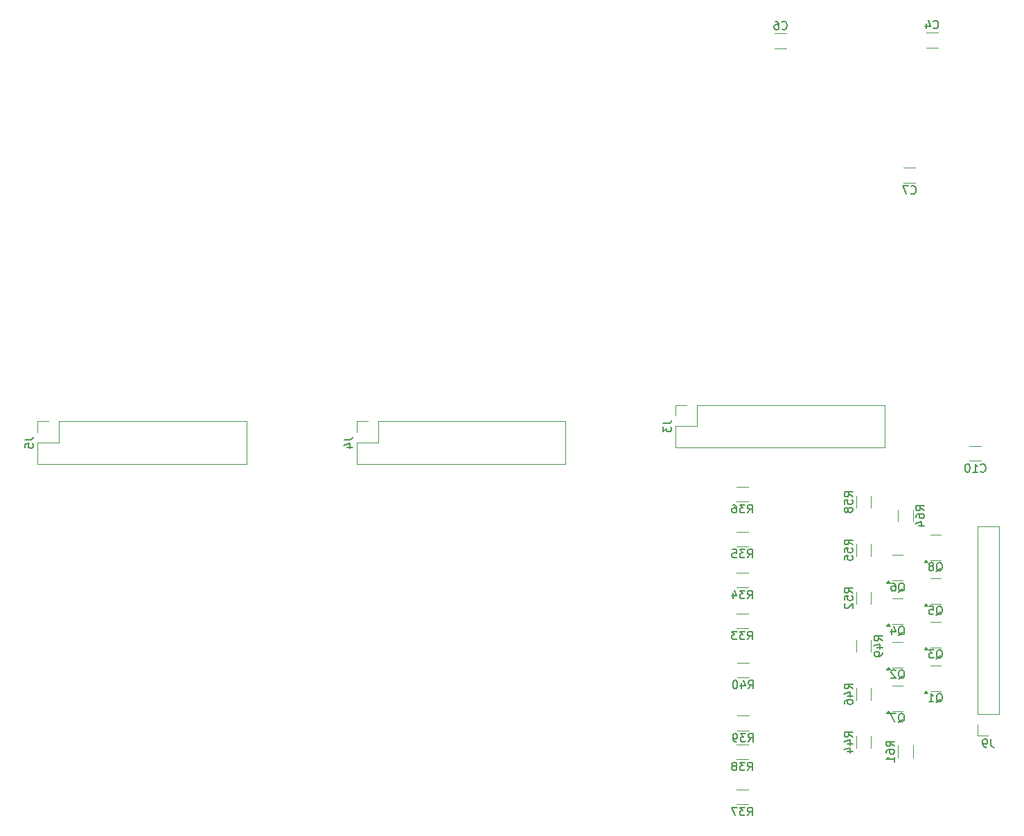
<source format=gbr>
%TF.GenerationSoftware,KiCad,Pcbnew,8.0.7-8.0.7-0~ubuntu24.10.1*%
%TF.CreationDate,2025-01-04T20:14:33+02:00*%
%TF.ProjectId,fpga_board,66706761-5f62-46f6-9172-642e6b696361,rev?*%
%TF.SameCoordinates,Original*%
%TF.FileFunction,Legend,Bot*%
%TF.FilePolarity,Positive*%
%FSLAX46Y46*%
G04 Gerber Fmt 4.6, Leading zero omitted, Abs format (unit mm)*
G04 Created by KiCad (PCBNEW 8.0.7-8.0.7-0~ubuntu24.10.1) date 2025-01-04 20:14:33*
%MOMM*%
%LPD*%
G01*
G04 APERTURE LIST*
%ADD10C,0.150000*%
%ADD11C,0.120000*%
G04 APERTURE END LIST*
D10*
X156333333Y-125444819D02*
X156333333Y-126159104D01*
X156333333Y-126159104D02*
X156380952Y-126301961D01*
X156380952Y-126301961D02*
X156476190Y-126397200D01*
X156476190Y-126397200D02*
X156619047Y-126444819D01*
X156619047Y-126444819D02*
X156714285Y-126444819D01*
X155809523Y-126444819D02*
X155619047Y-126444819D01*
X155619047Y-126444819D02*
X155523809Y-126397200D01*
X155523809Y-126397200D02*
X155476190Y-126349580D01*
X155476190Y-126349580D02*
X155380952Y-126206723D01*
X155380952Y-126206723D02*
X155333333Y-126016247D01*
X155333333Y-126016247D02*
X155333333Y-125635295D01*
X155333333Y-125635295D02*
X155380952Y-125540057D01*
X155380952Y-125540057D02*
X155428571Y-125492438D01*
X155428571Y-125492438D02*
X155523809Y-125444819D01*
X155523809Y-125444819D02*
X155714285Y-125444819D01*
X155714285Y-125444819D02*
X155809523Y-125492438D01*
X155809523Y-125492438D02*
X155857142Y-125540057D01*
X155857142Y-125540057D02*
X155904761Y-125635295D01*
X155904761Y-125635295D02*
X155904761Y-125873390D01*
X155904761Y-125873390D02*
X155857142Y-125968628D01*
X155857142Y-125968628D02*
X155809523Y-126016247D01*
X155809523Y-126016247D02*
X155714285Y-126063866D01*
X155714285Y-126063866D02*
X155523809Y-126063866D01*
X155523809Y-126063866D02*
X155428571Y-126016247D01*
X155428571Y-126016247D02*
X155380952Y-125968628D01*
X155380952Y-125968628D02*
X155333333Y-125873390D01*
X148174819Y-97507142D02*
X147698628Y-97173809D01*
X148174819Y-96935714D02*
X147174819Y-96935714D01*
X147174819Y-96935714D02*
X147174819Y-97316666D01*
X147174819Y-97316666D02*
X147222438Y-97411904D01*
X147222438Y-97411904D02*
X147270057Y-97459523D01*
X147270057Y-97459523D02*
X147365295Y-97507142D01*
X147365295Y-97507142D02*
X147508152Y-97507142D01*
X147508152Y-97507142D02*
X147603390Y-97459523D01*
X147603390Y-97459523D02*
X147651009Y-97411904D01*
X147651009Y-97411904D02*
X147698628Y-97316666D01*
X147698628Y-97316666D02*
X147698628Y-96935714D01*
X147174819Y-98364285D02*
X147174819Y-98173809D01*
X147174819Y-98173809D02*
X147222438Y-98078571D01*
X147222438Y-98078571D02*
X147270057Y-98030952D01*
X147270057Y-98030952D02*
X147412914Y-97935714D01*
X147412914Y-97935714D02*
X147603390Y-97888095D01*
X147603390Y-97888095D02*
X147984342Y-97888095D01*
X147984342Y-97888095D02*
X148079580Y-97935714D01*
X148079580Y-97935714D02*
X148127200Y-97983333D01*
X148127200Y-97983333D02*
X148174819Y-98078571D01*
X148174819Y-98078571D02*
X148174819Y-98269047D01*
X148174819Y-98269047D02*
X148127200Y-98364285D01*
X148127200Y-98364285D02*
X148079580Y-98411904D01*
X148079580Y-98411904D02*
X147984342Y-98459523D01*
X147984342Y-98459523D02*
X147746247Y-98459523D01*
X147746247Y-98459523D02*
X147651009Y-98411904D01*
X147651009Y-98411904D02*
X147603390Y-98364285D01*
X147603390Y-98364285D02*
X147555771Y-98269047D01*
X147555771Y-98269047D02*
X147555771Y-98078571D01*
X147555771Y-98078571D02*
X147603390Y-97983333D01*
X147603390Y-97983333D02*
X147651009Y-97935714D01*
X147651009Y-97935714D02*
X147746247Y-97888095D01*
X147508152Y-99316666D02*
X148174819Y-99316666D01*
X147127200Y-99078571D02*
X147841485Y-98840476D01*
X147841485Y-98840476D02*
X147841485Y-99459523D01*
X144534819Y-126307142D02*
X144058628Y-125973809D01*
X144534819Y-125735714D02*
X143534819Y-125735714D01*
X143534819Y-125735714D02*
X143534819Y-126116666D01*
X143534819Y-126116666D02*
X143582438Y-126211904D01*
X143582438Y-126211904D02*
X143630057Y-126259523D01*
X143630057Y-126259523D02*
X143725295Y-126307142D01*
X143725295Y-126307142D02*
X143868152Y-126307142D01*
X143868152Y-126307142D02*
X143963390Y-126259523D01*
X143963390Y-126259523D02*
X144011009Y-126211904D01*
X144011009Y-126211904D02*
X144058628Y-126116666D01*
X144058628Y-126116666D02*
X144058628Y-125735714D01*
X143534819Y-127164285D02*
X143534819Y-126973809D01*
X143534819Y-126973809D02*
X143582438Y-126878571D01*
X143582438Y-126878571D02*
X143630057Y-126830952D01*
X143630057Y-126830952D02*
X143772914Y-126735714D01*
X143772914Y-126735714D02*
X143963390Y-126688095D01*
X143963390Y-126688095D02*
X144344342Y-126688095D01*
X144344342Y-126688095D02*
X144439580Y-126735714D01*
X144439580Y-126735714D02*
X144487200Y-126783333D01*
X144487200Y-126783333D02*
X144534819Y-126878571D01*
X144534819Y-126878571D02*
X144534819Y-127069047D01*
X144534819Y-127069047D02*
X144487200Y-127164285D01*
X144487200Y-127164285D02*
X144439580Y-127211904D01*
X144439580Y-127211904D02*
X144344342Y-127259523D01*
X144344342Y-127259523D02*
X144106247Y-127259523D01*
X144106247Y-127259523D02*
X144011009Y-127211904D01*
X144011009Y-127211904D02*
X143963390Y-127164285D01*
X143963390Y-127164285D02*
X143915771Y-127069047D01*
X143915771Y-127069047D02*
X143915771Y-126878571D01*
X143915771Y-126878571D02*
X143963390Y-126783333D01*
X143963390Y-126783333D02*
X144011009Y-126735714D01*
X144011009Y-126735714D02*
X144106247Y-126688095D01*
X144534819Y-128211904D02*
X144534819Y-127640476D01*
X144534819Y-127926190D02*
X143534819Y-127926190D01*
X143534819Y-127926190D02*
X143677676Y-127830952D01*
X143677676Y-127830952D02*
X143772914Y-127735714D01*
X143772914Y-127735714D02*
X143820533Y-127640476D01*
X139434819Y-95807142D02*
X138958628Y-95473809D01*
X139434819Y-95235714D02*
X138434819Y-95235714D01*
X138434819Y-95235714D02*
X138434819Y-95616666D01*
X138434819Y-95616666D02*
X138482438Y-95711904D01*
X138482438Y-95711904D02*
X138530057Y-95759523D01*
X138530057Y-95759523D02*
X138625295Y-95807142D01*
X138625295Y-95807142D02*
X138768152Y-95807142D01*
X138768152Y-95807142D02*
X138863390Y-95759523D01*
X138863390Y-95759523D02*
X138911009Y-95711904D01*
X138911009Y-95711904D02*
X138958628Y-95616666D01*
X138958628Y-95616666D02*
X138958628Y-95235714D01*
X138434819Y-96711904D02*
X138434819Y-96235714D01*
X138434819Y-96235714D02*
X138911009Y-96188095D01*
X138911009Y-96188095D02*
X138863390Y-96235714D01*
X138863390Y-96235714D02*
X138815771Y-96330952D01*
X138815771Y-96330952D02*
X138815771Y-96569047D01*
X138815771Y-96569047D02*
X138863390Y-96664285D01*
X138863390Y-96664285D02*
X138911009Y-96711904D01*
X138911009Y-96711904D02*
X139006247Y-96759523D01*
X139006247Y-96759523D02*
X139244342Y-96759523D01*
X139244342Y-96759523D02*
X139339580Y-96711904D01*
X139339580Y-96711904D02*
X139387200Y-96664285D01*
X139387200Y-96664285D02*
X139434819Y-96569047D01*
X139434819Y-96569047D02*
X139434819Y-96330952D01*
X139434819Y-96330952D02*
X139387200Y-96235714D01*
X139387200Y-96235714D02*
X139339580Y-96188095D01*
X138863390Y-97330952D02*
X138815771Y-97235714D01*
X138815771Y-97235714D02*
X138768152Y-97188095D01*
X138768152Y-97188095D02*
X138672914Y-97140476D01*
X138672914Y-97140476D02*
X138625295Y-97140476D01*
X138625295Y-97140476D02*
X138530057Y-97188095D01*
X138530057Y-97188095D02*
X138482438Y-97235714D01*
X138482438Y-97235714D02*
X138434819Y-97330952D01*
X138434819Y-97330952D02*
X138434819Y-97521428D01*
X138434819Y-97521428D02*
X138482438Y-97616666D01*
X138482438Y-97616666D02*
X138530057Y-97664285D01*
X138530057Y-97664285D02*
X138625295Y-97711904D01*
X138625295Y-97711904D02*
X138672914Y-97711904D01*
X138672914Y-97711904D02*
X138768152Y-97664285D01*
X138768152Y-97664285D02*
X138815771Y-97616666D01*
X138815771Y-97616666D02*
X138863390Y-97521428D01*
X138863390Y-97521428D02*
X138863390Y-97330952D01*
X138863390Y-97330952D02*
X138911009Y-97235714D01*
X138911009Y-97235714D02*
X138958628Y-97188095D01*
X138958628Y-97188095D02*
X139053866Y-97140476D01*
X139053866Y-97140476D02*
X139244342Y-97140476D01*
X139244342Y-97140476D02*
X139339580Y-97188095D01*
X139339580Y-97188095D02*
X139387200Y-97235714D01*
X139387200Y-97235714D02*
X139434819Y-97330952D01*
X139434819Y-97330952D02*
X139434819Y-97521428D01*
X139434819Y-97521428D02*
X139387200Y-97616666D01*
X139387200Y-97616666D02*
X139339580Y-97664285D01*
X139339580Y-97664285D02*
X139244342Y-97711904D01*
X139244342Y-97711904D02*
X139053866Y-97711904D01*
X139053866Y-97711904D02*
X138958628Y-97664285D01*
X138958628Y-97664285D02*
X138911009Y-97616666D01*
X138911009Y-97616666D02*
X138863390Y-97521428D01*
X139434819Y-101677142D02*
X138958628Y-101343809D01*
X139434819Y-101105714D02*
X138434819Y-101105714D01*
X138434819Y-101105714D02*
X138434819Y-101486666D01*
X138434819Y-101486666D02*
X138482438Y-101581904D01*
X138482438Y-101581904D02*
X138530057Y-101629523D01*
X138530057Y-101629523D02*
X138625295Y-101677142D01*
X138625295Y-101677142D02*
X138768152Y-101677142D01*
X138768152Y-101677142D02*
X138863390Y-101629523D01*
X138863390Y-101629523D02*
X138911009Y-101581904D01*
X138911009Y-101581904D02*
X138958628Y-101486666D01*
X138958628Y-101486666D02*
X138958628Y-101105714D01*
X138434819Y-102581904D02*
X138434819Y-102105714D01*
X138434819Y-102105714D02*
X138911009Y-102058095D01*
X138911009Y-102058095D02*
X138863390Y-102105714D01*
X138863390Y-102105714D02*
X138815771Y-102200952D01*
X138815771Y-102200952D02*
X138815771Y-102439047D01*
X138815771Y-102439047D02*
X138863390Y-102534285D01*
X138863390Y-102534285D02*
X138911009Y-102581904D01*
X138911009Y-102581904D02*
X139006247Y-102629523D01*
X139006247Y-102629523D02*
X139244342Y-102629523D01*
X139244342Y-102629523D02*
X139339580Y-102581904D01*
X139339580Y-102581904D02*
X139387200Y-102534285D01*
X139387200Y-102534285D02*
X139434819Y-102439047D01*
X139434819Y-102439047D02*
X139434819Y-102200952D01*
X139434819Y-102200952D02*
X139387200Y-102105714D01*
X139387200Y-102105714D02*
X139339580Y-102058095D01*
X138434819Y-103534285D02*
X138434819Y-103058095D01*
X138434819Y-103058095D02*
X138911009Y-103010476D01*
X138911009Y-103010476D02*
X138863390Y-103058095D01*
X138863390Y-103058095D02*
X138815771Y-103153333D01*
X138815771Y-103153333D02*
X138815771Y-103391428D01*
X138815771Y-103391428D02*
X138863390Y-103486666D01*
X138863390Y-103486666D02*
X138911009Y-103534285D01*
X138911009Y-103534285D02*
X139006247Y-103581904D01*
X139006247Y-103581904D02*
X139244342Y-103581904D01*
X139244342Y-103581904D02*
X139339580Y-103534285D01*
X139339580Y-103534285D02*
X139387200Y-103486666D01*
X139387200Y-103486666D02*
X139434819Y-103391428D01*
X139434819Y-103391428D02*
X139434819Y-103153333D01*
X139434819Y-103153333D02*
X139387200Y-103058095D01*
X139387200Y-103058095D02*
X139339580Y-103010476D01*
X139434819Y-107547142D02*
X138958628Y-107213809D01*
X139434819Y-106975714D02*
X138434819Y-106975714D01*
X138434819Y-106975714D02*
X138434819Y-107356666D01*
X138434819Y-107356666D02*
X138482438Y-107451904D01*
X138482438Y-107451904D02*
X138530057Y-107499523D01*
X138530057Y-107499523D02*
X138625295Y-107547142D01*
X138625295Y-107547142D02*
X138768152Y-107547142D01*
X138768152Y-107547142D02*
X138863390Y-107499523D01*
X138863390Y-107499523D02*
X138911009Y-107451904D01*
X138911009Y-107451904D02*
X138958628Y-107356666D01*
X138958628Y-107356666D02*
X138958628Y-106975714D01*
X138434819Y-108451904D02*
X138434819Y-107975714D01*
X138434819Y-107975714D02*
X138911009Y-107928095D01*
X138911009Y-107928095D02*
X138863390Y-107975714D01*
X138863390Y-107975714D02*
X138815771Y-108070952D01*
X138815771Y-108070952D02*
X138815771Y-108309047D01*
X138815771Y-108309047D02*
X138863390Y-108404285D01*
X138863390Y-108404285D02*
X138911009Y-108451904D01*
X138911009Y-108451904D02*
X139006247Y-108499523D01*
X139006247Y-108499523D02*
X139244342Y-108499523D01*
X139244342Y-108499523D02*
X139339580Y-108451904D01*
X139339580Y-108451904D02*
X139387200Y-108404285D01*
X139387200Y-108404285D02*
X139434819Y-108309047D01*
X139434819Y-108309047D02*
X139434819Y-108070952D01*
X139434819Y-108070952D02*
X139387200Y-107975714D01*
X139387200Y-107975714D02*
X139339580Y-107928095D01*
X138530057Y-108880476D02*
X138482438Y-108928095D01*
X138482438Y-108928095D02*
X138434819Y-109023333D01*
X138434819Y-109023333D02*
X138434819Y-109261428D01*
X138434819Y-109261428D02*
X138482438Y-109356666D01*
X138482438Y-109356666D02*
X138530057Y-109404285D01*
X138530057Y-109404285D02*
X138625295Y-109451904D01*
X138625295Y-109451904D02*
X138720533Y-109451904D01*
X138720533Y-109451904D02*
X138863390Y-109404285D01*
X138863390Y-109404285D02*
X139434819Y-108832857D01*
X139434819Y-108832857D02*
X139434819Y-109451904D01*
X143074819Y-113417142D02*
X142598628Y-113083809D01*
X143074819Y-112845714D02*
X142074819Y-112845714D01*
X142074819Y-112845714D02*
X142074819Y-113226666D01*
X142074819Y-113226666D02*
X142122438Y-113321904D01*
X142122438Y-113321904D02*
X142170057Y-113369523D01*
X142170057Y-113369523D02*
X142265295Y-113417142D01*
X142265295Y-113417142D02*
X142408152Y-113417142D01*
X142408152Y-113417142D02*
X142503390Y-113369523D01*
X142503390Y-113369523D02*
X142551009Y-113321904D01*
X142551009Y-113321904D02*
X142598628Y-113226666D01*
X142598628Y-113226666D02*
X142598628Y-112845714D01*
X142408152Y-114274285D02*
X143074819Y-114274285D01*
X142027200Y-114036190D02*
X142741485Y-113798095D01*
X142741485Y-113798095D02*
X142741485Y-114417142D01*
X143074819Y-114845714D02*
X143074819Y-115036190D01*
X143074819Y-115036190D02*
X143027200Y-115131428D01*
X143027200Y-115131428D02*
X142979580Y-115179047D01*
X142979580Y-115179047D02*
X142836723Y-115274285D01*
X142836723Y-115274285D02*
X142646247Y-115321904D01*
X142646247Y-115321904D02*
X142265295Y-115321904D01*
X142265295Y-115321904D02*
X142170057Y-115274285D01*
X142170057Y-115274285D02*
X142122438Y-115226666D01*
X142122438Y-115226666D02*
X142074819Y-115131428D01*
X142074819Y-115131428D02*
X142074819Y-114940952D01*
X142074819Y-114940952D02*
X142122438Y-114845714D01*
X142122438Y-114845714D02*
X142170057Y-114798095D01*
X142170057Y-114798095D02*
X142265295Y-114750476D01*
X142265295Y-114750476D02*
X142503390Y-114750476D01*
X142503390Y-114750476D02*
X142598628Y-114798095D01*
X142598628Y-114798095D02*
X142646247Y-114845714D01*
X142646247Y-114845714D02*
X142693866Y-114940952D01*
X142693866Y-114940952D02*
X142693866Y-115131428D01*
X142693866Y-115131428D02*
X142646247Y-115226666D01*
X142646247Y-115226666D02*
X142598628Y-115274285D01*
X142598628Y-115274285D02*
X142503390Y-115321904D01*
X139434819Y-119287142D02*
X138958628Y-118953809D01*
X139434819Y-118715714D02*
X138434819Y-118715714D01*
X138434819Y-118715714D02*
X138434819Y-119096666D01*
X138434819Y-119096666D02*
X138482438Y-119191904D01*
X138482438Y-119191904D02*
X138530057Y-119239523D01*
X138530057Y-119239523D02*
X138625295Y-119287142D01*
X138625295Y-119287142D02*
X138768152Y-119287142D01*
X138768152Y-119287142D02*
X138863390Y-119239523D01*
X138863390Y-119239523D02*
X138911009Y-119191904D01*
X138911009Y-119191904D02*
X138958628Y-119096666D01*
X138958628Y-119096666D02*
X138958628Y-118715714D01*
X138768152Y-120144285D02*
X139434819Y-120144285D01*
X138387200Y-119906190D02*
X139101485Y-119668095D01*
X139101485Y-119668095D02*
X139101485Y-120287142D01*
X138434819Y-121096666D02*
X138434819Y-120906190D01*
X138434819Y-120906190D02*
X138482438Y-120810952D01*
X138482438Y-120810952D02*
X138530057Y-120763333D01*
X138530057Y-120763333D02*
X138672914Y-120668095D01*
X138672914Y-120668095D02*
X138863390Y-120620476D01*
X138863390Y-120620476D02*
X139244342Y-120620476D01*
X139244342Y-120620476D02*
X139339580Y-120668095D01*
X139339580Y-120668095D02*
X139387200Y-120715714D01*
X139387200Y-120715714D02*
X139434819Y-120810952D01*
X139434819Y-120810952D02*
X139434819Y-121001428D01*
X139434819Y-121001428D02*
X139387200Y-121096666D01*
X139387200Y-121096666D02*
X139339580Y-121144285D01*
X139339580Y-121144285D02*
X139244342Y-121191904D01*
X139244342Y-121191904D02*
X139006247Y-121191904D01*
X139006247Y-121191904D02*
X138911009Y-121144285D01*
X138911009Y-121144285D02*
X138863390Y-121096666D01*
X138863390Y-121096666D02*
X138815771Y-121001428D01*
X138815771Y-121001428D02*
X138815771Y-120810952D01*
X138815771Y-120810952D02*
X138863390Y-120715714D01*
X138863390Y-120715714D02*
X138911009Y-120668095D01*
X138911009Y-120668095D02*
X139006247Y-120620476D01*
X139434819Y-125157142D02*
X138958628Y-124823809D01*
X139434819Y-124585714D02*
X138434819Y-124585714D01*
X138434819Y-124585714D02*
X138434819Y-124966666D01*
X138434819Y-124966666D02*
X138482438Y-125061904D01*
X138482438Y-125061904D02*
X138530057Y-125109523D01*
X138530057Y-125109523D02*
X138625295Y-125157142D01*
X138625295Y-125157142D02*
X138768152Y-125157142D01*
X138768152Y-125157142D02*
X138863390Y-125109523D01*
X138863390Y-125109523D02*
X138911009Y-125061904D01*
X138911009Y-125061904D02*
X138958628Y-124966666D01*
X138958628Y-124966666D02*
X138958628Y-124585714D01*
X138768152Y-126014285D02*
X139434819Y-126014285D01*
X138387200Y-125776190D02*
X139101485Y-125538095D01*
X139101485Y-125538095D02*
X139101485Y-126157142D01*
X138768152Y-126966666D02*
X139434819Y-126966666D01*
X138387200Y-126728571D02*
X139101485Y-126490476D01*
X139101485Y-126490476D02*
X139101485Y-127109523D01*
X149657738Y-104950057D02*
X149752976Y-104902438D01*
X149752976Y-104902438D02*
X149848214Y-104807200D01*
X149848214Y-104807200D02*
X149991071Y-104664342D01*
X149991071Y-104664342D02*
X150086309Y-104616723D01*
X150086309Y-104616723D02*
X150181547Y-104616723D01*
X150133928Y-104854819D02*
X150229166Y-104807200D01*
X150229166Y-104807200D02*
X150324404Y-104711961D01*
X150324404Y-104711961D02*
X150372023Y-104521485D01*
X150372023Y-104521485D02*
X150372023Y-104188152D01*
X150372023Y-104188152D02*
X150324404Y-103997676D01*
X150324404Y-103997676D02*
X150229166Y-103902438D01*
X150229166Y-103902438D02*
X150133928Y-103854819D01*
X150133928Y-103854819D02*
X149943452Y-103854819D01*
X149943452Y-103854819D02*
X149848214Y-103902438D01*
X149848214Y-103902438D02*
X149752976Y-103997676D01*
X149752976Y-103997676D02*
X149705357Y-104188152D01*
X149705357Y-104188152D02*
X149705357Y-104521485D01*
X149705357Y-104521485D02*
X149752976Y-104711961D01*
X149752976Y-104711961D02*
X149848214Y-104807200D01*
X149848214Y-104807200D02*
X149943452Y-104854819D01*
X149943452Y-104854819D02*
X150133928Y-104854819D01*
X149133928Y-104283390D02*
X149229166Y-104235771D01*
X149229166Y-104235771D02*
X149276785Y-104188152D01*
X149276785Y-104188152D02*
X149324404Y-104092914D01*
X149324404Y-104092914D02*
X149324404Y-104045295D01*
X149324404Y-104045295D02*
X149276785Y-103950057D01*
X149276785Y-103950057D02*
X149229166Y-103902438D01*
X149229166Y-103902438D02*
X149133928Y-103854819D01*
X149133928Y-103854819D02*
X148943452Y-103854819D01*
X148943452Y-103854819D02*
X148848214Y-103902438D01*
X148848214Y-103902438D02*
X148800595Y-103950057D01*
X148800595Y-103950057D02*
X148752976Y-104045295D01*
X148752976Y-104045295D02*
X148752976Y-104092914D01*
X148752976Y-104092914D02*
X148800595Y-104188152D01*
X148800595Y-104188152D02*
X148848214Y-104235771D01*
X148848214Y-104235771D02*
X148943452Y-104283390D01*
X148943452Y-104283390D02*
X149133928Y-104283390D01*
X149133928Y-104283390D02*
X149229166Y-104331009D01*
X149229166Y-104331009D02*
X149276785Y-104378628D01*
X149276785Y-104378628D02*
X149324404Y-104473866D01*
X149324404Y-104473866D02*
X149324404Y-104664342D01*
X149324404Y-104664342D02*
X149276785Y-104759580D01*
X149276785Y-104759580D02*
X149229166Y-104807200D01*
X149229166Y-104807200D02*
X149133928Y-104854819D01*
X149133928Y-104854819D02*
X148943452Y-104854819D01*
X148943452Y-104854819D02*
X148848214Y-104807200D01*
X148848214Y-104807200D02*
X148800595Y-104759580D01*
X148800595Y-104759580D02*
X148752976Y-104664342D01*
X148752976Y-104664342D02*
X148752976Y-104473866D01*
X148752976Y-104473866D02*
X148800595Y-104378628D01*
X148800595Y-104378628D02*
X148848214Y-104331009D01*
X148848214Y-104331009D02*
X148943452Y-104283390D01*
X145032738Y-123400057D02*
X145127976Y-123352438D01*
X145127976Y-123352438D02*
X145223214Y-123257200D01*
X145223214Y-123257200D02*
X145366071Y-123114342D01*
X145366071Y-123114342D02*
X145461309Y-123066723D01*
X145461309Y-123066723D02*
X145556547Y-123066723D01*
X145508928Y-123304819D02*
X145604166Y-123257200D01*
X145604166Y-123257200D02*
X145699404Y-123161961D01*
X145699404Y-123161961D02*
X145747023Y-122971485D01*
X145747023Y-122971485D02*
X145747023Y-122638152D01*
X145747023Y-122638152D02*
X145699404Y-122447676D01*
X145699404Y-122447676D02*
X145604166Y-122352438D01*
X145604166Y-122352438D02*
X145508928Y-122304819D01*
X145508928Y-122304819D02*
X145318452Y-122304819D01*
X145318452Y-122304819D02*
X145223214Y-122352438D01*
X145223214Y-122352438D02*
X145127976Y-122447676D01*
X145127976Y-122447676D02*
X145080357Y-122638152D01*
X145080357Y-122638152D02*
X145080357Y-122971485D01*
X145080357Y-122971485D02*
X145127976Y-123161961D01*
X145127976Y-123161961D02*
X145223214Y-123257200D01*
X145223214Y-123257200D02*
X145318452Y-123304819D01*
X145318452Y-123304819D02*
X145508928Y-123304819D01*
X144747023Y-122304819D02*
X144080357Y-122304819D01*
X144080357Y-122304819D02*
X144508928Y-123304819D01*
X145032738Y-107450057D02*
X145127976Y-107402438D01*
X145127976Y-107402438D02*
X145223214Y-107307200D01*
X145223214Y-107307200D02*
X145366071Y-107164342D01*
X145366071Y-107164342D02*
X145461309Y-107116723D01*
X145461309Y-107116723D02*
X145556547Y-107116723D01*
X145508928Y-107354819D02*
X145604166Y-107307200D01*
X145604166Y-107307200D02*
X145699404Y-107211961D01*
X145699404Y-107211961D02*
X145747023Y-107021485D01*
X145747023Y-107021485D02*
X145747023Y-106688152D01*
X145747023Y-106688152D02*
X145699404Y-106497676D01*
X145699404Y-106497676D02*
X145604166Y-106402438D01*
X145604166Y-106402438D02*
X145508928Y-106354819D01*
X145508928Y-106354819D02*
X145318452Y-106354819D01*
X145318452Y-106354819D02*
X145223214Y-106402438D01*
X145223214Y-106402438D02*
X145127976Y-106497676D01*
X145127976Y-106497676D02*
X145080357Y-106688152D01*
X145080357Y-106688152D02*
X145080357Y-107021485D01*
X145080357Y-107021485D02*
X145127976Y-107211961D01*
X145127976Y-107211961D02*
X145223214Y-107307200D01*
X145223214Y-107307200D02*
X145318452Y-107354819D01*
X145318452Y-107354819D02*
X145508928Y-107354819D01*
X144223214Y-106354819D02*
X144413690Y-106354819D01*
X144413690Y-106354819D02*
X144508928Y-106402438D01*
X144508928Y-106402438D02*
X144556547Y-106450057D01*
X144556547Y-106450057D02*
X144651785Y-106592914D01*
X144651785Y-106592914D02*
X144699404Y-106783390D01*
X144699404Y-106783390D02*
X144699404Y-107164342D01*
X144699404Y-107164342D02*
X144651785Y-107259580D01*
X144651785Y-107259580D02*
X144604166Y-107307200D01*
X144604166Y-107307200D02*
X144508928Y-107354819D01*
X144508928Y-107354819D02*
X144318452Y-107354819D01*
X144318452Y-107354819D02*
X144223214Y-107307200D01*
X144223214Y-107307200D02*
X144175595Y-107259580D01*
X144175595Y-107259580D02*
X144127976Y-107164342D01*
X144127976Y-107164342D02*
X144127976Y-106926247D01*
X144127976Y-106926247D02*
X144175595Y-106831009D01*
X144175595Y-106831009D02*
X144223214Y-106783390D01*
X144223214Y-106783390D02*
X144318452Y-106735771D01*
X144318452Y-106735771D02*
X144508928Y-106735771D01*
X144508928Y-106735771D02*
X144604166Y-106783390D01*
X144604166Y-106783390D02*
X144651785Y-106831009D01*
X144651785Y-106831009D02*
X144699404Y-106926247D01*
X149657738Y-110283390D02*
X149752976Y-110235771D01*
X149752976Y-110235771D02*
X149848214Y-110140533D01*
X149848214Y-110140533D02*
X149991071Y-109997675D01*
X149991071Y-109997675D02*
X150086309Y-109950056D01*
X150086309Y-109950056D02*
X150181547Y-109950056D01*
X150133928Y-110188152D02*
X150229166Y-110140533D01*
X150229166Y-110140533D02*
X150324404Y-110045294D01*
X150324404Y-110045294D02*
X150372023Y-109854818D01*
X150372023Y-109854818D02*
X150372023Y-109521485D01*
X150372023Y-109521485D02*
X150324404Y-109331009D01*
X150324404Y-109331009D02*
X150229166Y-109235771D01*
X150229166Y-109235771D02*
X150133928Y-109188152D01*
X150133928Y-109188152D02*
X149943452Y-109188152D01*
X149943452Y-109188152D02*
X149848214Y-109235771D01*
X149848214Y-109235771D02*
X149752976Y-109331009D01*
X149752976Y-109331009D02*
X149705357Y-109521485D01*
X149705357Y-109521485D02*
X149705357Y-109854818D01*
X149705357Y-109854818D02*
X149752976Y-110045294D01*
X149752976Y-110045294D02*
X149848214Y-110140533D01*
X149848214Y-110140533D02*
X149943452Y-110188152D01*
X149943452Y-110188152D02*
X150133928Y-110188152D01*
X148800595Y-109188152D02*
X149276785Y-109188152D01*
X149276785Y-109188152D02*
X149324404Y-109664342D01*
X149324404Y-109664342D02*
X149276785Y-109616723D01*
X149276785Y-109616723D02*
X149181547Y-109569104D01*
X149181547Y-109569104D02*
X148943452Y-109569104D01*
X148943452Y-109569104D02*
X148848214Y-109616723D01*
X148848214Y-109616723D02*
X148800595Y-109664342D01*
X148800595Y-109664342D02*
X148752976Y-109759580D01*
X148752976Y-109759580D02*
X148752976Y-109997675D01*
X148752976Y-109997675D02*
X148800595Y-110092913D01*
X148800595Y-110092913D02*
X148848214Y-110140533D01*
X148848214Y-110140533D02*
X148943452Y-110188152D01*
X148943452Y-110188152D02*
X149181547Y-110188152D01*
X149181547Y-110188152D02*
X149276785Y-110140533D01*
X149276785Y-110140533D02*
X149324404Y-110092913D01*
X145032738Y-112766723D02*
X145127976Y-112719104D01*
X145127976Y-112719104D02*
X145223214Y-112623866D01*
X145223214Y-112623866D02*
X145366071Y-112481008D01*
X145366071Y-112481008D02*
X145461309Y-112433389D01*
X145461309Y-112433389D02*
X145556547Y-112433389D01*
X145508928Y-112671485D02*
X145604166Y-112623866D01*
X145604166Y-112623866D02*
X145699404Y-112528627D01*
X145699404Y-112528627D02*
X145747023Y-112338151D01*
X145747023Y-112338151D02*
X145747023Y-112004818D01*
X145747023Y-112004818D02*
X145699404Y-111814342D01*
X145699404Y-111814342D02*
X145604166Y-111719104D01*
X145604166Y-111719104D02*
X145508928Y-111671485D01*
X145508928Y-111671485D02*
X145318452Y-111671485D01*
X145318452Y-111671485D02*
X145223214Y-111719104D01*
X145223214Y-111719104D02*
X145127976Y-111814342D01*
X145127976Y-111814342D02*
X145080357Y-112004818D01*
X145080357Y-112004818D02*
X145080357Y-112338151D01*
X145080357Y-112338151D02*
X145127976Y-112528627D01*
X145127976Y-112528627D02*
X145223214Y-112623866D01*
X145223214Y-112623866D02*
X145318452Y-112671485D01*
X145318452Y-112671485D02*
X145508928Y-112671485D01*
X144223214Y-112004818D02*
X144223214Y-112671485D01*
X144461309Y-111623866D02*
X144699404Y-112338151D01*
X144699404Y-112338151D02*
X144080357Y-112338151D01*
X149657738Y-115616723D02*
X149752976Y-115569104D01*
X149752976Y-115569104D02*
X149848214Y-115473866D01*
X149848214Y-115473866D02*
X149991071Y-115331008D01*
X149991071Y-115331008D02*
X150086309Y-115283389D01*
X150086309Y-115283389D02*
X150181547Y-115283389D01*
X150133928Y-115521485D02*
X150229166Y-115473866D01*
X150229166Y-115473866D02*
X150324404Y-115378627D01*
X150324404Y-115378627D02*
X150372023Y-115188151D01*
X150372023Y-115188151D02*
X150372023Y-114854818D01*
X150372023Y-114854818D02*
X150324404Y-114664342D01*
X150324404Y-114664342D02*
X150229166Y-114569104D01*
X150229166Y-114569104D02*
X150133928Y-114521485D01*
X150133928Y-114521485D02*
X149943452Y-114521485D01*
X149943452Y-114521485D02*
X149848214Y-114569104D01*
X149848214Y-114569104D02*
X149752976Y-114664342D01*
X149752976Y-114664342D02*
X149705357Y-114854818D01*
X149705357Y-114854818D02*
X149705357Y-115188151D01*
X149705357Y-115188151D02*
X149752976Y-115378627D01*
X149752976Y-115378627D02*
X149848214Y-115473866D01*
X149848214Y-115473866D02*
X149943452Y-115521485D01*
X149943452Y-115521485D02*
X150133928Y-115521485D01*
X149372023Y-114521485D02*
X148752976Y-114521485D01*
X148752976Y-114521485D02*
X149086309Y-114902437D01*
X149086309Y-114902437D02*
X148943452Y-114902437D01*
X148943452Y-114902437D02*
X148848214Y-114950056D01*
X148848214Y-114950056D02*
X148800595Y-114997675D01*
X148800595Y-114997675D02*
X148752976Y-115092913D01*
X148752976Y-115092913D02*
X148752976Y-115331008D01*
X148752976Y-115331008D02*
X148800595Y-115426246D01*
X148800595Y-115426246D02*
X148848214Y-115473866D01*
X148848214Y-115473866D02*
X148943452Y-115521485D01*
X148943452Y-115521485D02*
X149229166Y-115521485D01*
X149229166Y-115521485D02*
X149324404Y-115473866D01*
X149324404Y-115473866D02*
X149372023Y-115426246D01*
X145032738Y-118083389D02*
X145127976Y-118035770D01*
X145127976Y-118035770D02*
X145223214Y-117940532D01*
X145223214Y-117940532D02*
X145366071Y-117797674D01*
X145366071Y-117797674D02*
X145461309Y-117750055D01*
X145461309Y-117750055D02*
X145556547Y-117750055D01*
X145508928Y-117988151D02*
X145604166Y-117940532D01*
X145604166Y-117940532D02*
X145699404Y-117845293D01*
X145699404Y-117845293D02*
X145747023Y-117654817D01*
X145747023Y-117654817D02*
X145747023Y-117321484D01*
X145747023Y-117321484D02*
X145699404Y-117131008D01*
X145699404Y-117131008D02*
X145604166Y-117035770D01*
X145604166Y-117035770D02*
X145508928Y-116988151D01*
X145508928Y-116988151D02*
X145318452Y-116988151D01*
X145318452Y-116988151D02*
X145223214Y-117035770D01*
X145223214Y-117035770D02*
X145127976Y-117131008D01*
X145127976Y-117131008D02*
X145080357Y-117321484D01*
X145080357Y-117321484D02*
X145080357Y-117654817D01*
X145080357Y-117654817D02*
X145127976Y-117845293D01*
X145127976Y-117845293D02*
X145223214Y-117940532D01*
X145223214Y-117940532D02*
X145318452Y-117988151D01*
X145318452Y-117988151D02*
X145508928Y-117988151D01*
X144699404Y-117083389D02*
X144651785Y-117035770D01*
X144651785Y-117035770D02*
X144556547Y-116988151D01*
X144556547Y-116988151D02*
X144318452Y-116988151D01*
X144318452Y-116988151D02*
X144223214Y-117035770D01*
X144223214Y-117035770D02*
X144175595Y-117083389D01*
X144175595Y-117083389D02*
X144127976Y-117178627D01*
X144127976Y-117178627D02*
X144127976Y-117273865D01*
X144127976Y-117273865D02*
X144175595Y-117416722D01*
X144175595Y-117416722D02*
X144747023Y-117988151D01*
X144747023Y-117988151D02*
X144127976Y-117988151D01*
X149657738Y-120950057D02*
X149752976Y-120902438D01*
X149752976Y-120902438D02*
X149848214Y-120807200D01*
X149848214Y-120807200D02*
X149991071Y-120664342D01*
X149991071Y-120664342D02*
X150086309Y-120616723D01*
X150086309Y-120616723D02*
X150181547Y-120616723D01*
X150133928Y-120854819D02*
X150229166Y-120807200D01*
X150229166Y-120807200D02*
X150324404Y-120711961D01*
X150324404Y-120711961D02*
X150372023Y-120521485D01*
X150372023Y-120521485D02*
X150372023Y-120188152D01*
X150372023Y-120188152D02*
X150324404Y-119997676D01*
X150324404Y-119997676D02*
X150229166Y-119902438D01*
X150229166Y-119902438D02*
X150133928Y-119854819D01*
X150133928Y-119854819D02*
X149943452Y-119854819D01*
X149943452Y-119854819D02*
X149848214Y-119902438D01*
X149848214Y-119902438D02*
X149752976Y-119997676D01*
X149752976Y-119997676D02*
X149705357Y-120188152D01*
X149705357Y-120188152D02*
X149705357Y-120521485D01*
X149705357Y-120521485D02*
X149752976Y-120711961D01*
X149752976Y-120711961D02*
X149848214Y-120807200D01*
X149848214Y-120807200D02*
X149943452Y-120854819D01*
X149943452Y-120854819D02*
X150133928Y-120854819D01*
X148752976Y-120854819D02*
X149324404Y-120854819D01*
X149038690Y-120854819D02*
X149038690Y-119854819D01*
X149038690Y-119854819D02*
X149133928Y-119997676D01*
X149133928Y-119997676D02*
X149229166Y-120092914D01*
X149229166Y-120092914D02*
X149324404Y-120140533D01*
X126692857Y-119274819D02*
X127026190Y-118798628D01*
X127264285Y-119274819D02*
X127264285Y-118274819D01*
X127264285Y-118274819D02*
X126883333Y-118274819D01*
X126883333Y-118274819D02*
X126788095Y-118322438D01*
X126788095Y-118322438D02*
X126740476Y-118370057D01*
X126740476Y-118370057D02*
X126692857Y-118465295D01*
X126692857Y-118465295D02*
X126692857Y-118608152D01*
X126692857Y-118608152D02*
X126740476Y-118703390D01*
X126740476Y-118703390D02*
X126788095Y-118751009D01*
X126788095Y-118751009D02*
X126883333Y-118798628D01*
X126883333Y-118798628D02*
X127264285Y-118798628D01*
X125835714Y-118608152D02*
X125835714Y-119274819D01*
X126073809Y-118227200D02*
X126311904Y-118941485D01*
X126311904Y-118941485D02*
X125692857Y-118941485D01*
X125121428Y-118274819D02*
X125026190Y-118274819D01*
X125026190Y-118274819D02*
X124930952Y-118322438D01*
X124930952Y-118322438D02*
X124883333Y-118370057D01*
X124883333Y-118370057D02*
X124835714Y-118465295D01*
X124835714Y-118465295D02*
X124788095Y-118655771D01*
X124788095Y-118655771D02*
X124788095Y-118893866D01*
X124788095Y-118893866D02*
X124835714Y-119084342D01*
X124835714Y-119084342D02*
X124883333Y-119179580D01*
X124883333Y-119179580D02*
X124930952Y-119227200D01*
X124930952Y-119227200D02*
X125026190Y-119274819D01*
X125026190Y-119274819D02*
X125121428Y-119274819D01*
X125121428Y-119274819D02*
X125216666Y-119227200D01*
X125216666Y-119227200D02*
X125264285Y-119179580D01*
X125264285Y-119179580D02*
X125311904Y-119084342D01*
X125311904Y-119084342D02*
X125359523Y-118893866D01*
X125359523Y-118893866D02*
X125359523Y-118655771D01*
X125359523Y-118655771D02*
X125311904Y-118465295D01*
X125311904Y-118465295D02*
X125264285Y-118370057D01*
X125264285Y-118370057D02*
X125216666Y-118322438D01*
X125216666Y-118322438D02*
X125121428Y-118274819D01*
X126592857Y-134774819D02*
X126926190Y-134298628D01*
X127164285Y-134774819D02*
X127164285Y-133774819D01*
X127164285Y-133774819D02*
X126783333Y-133774819D01*
X126783333Y-133774819D02*
X126688095Y-133822438D01*
X126688095Y-133822438D02*
X126640476Y-133870057D01*
X126640476Y-133870057D02*
X126592857Y-133965295D01*
X126592857Y-133965295D02*
X126592857Y-134108152D01*
X126592857Y-134108152D02*
X126640476Y-134203390D01*
X126640476Y-134203390D02*
X126688095Y-134251009D01*
X126688095Y-134251009D02*
X126783333Y-134298628D01*
X126783333Y-134298628D02*
X127164285Y-134298628D01*
X126259523Y-133774819D02*
X125640476Y-133774819D01*
X125640476Y-133774819D02*
X125973809Y-134155771D01*
X125973809Y-134155771D02*
X125830952Y-134155771D01*
X125830952Y-134155771D02*
X125735714Y-134203390D01*
X125735714Y-134203390D02*
X125688095Y-134251009D01*
X125688095Y-134251009D02*
X125640476Y-134346247D01*
X125640476Y-134346247D02*
X125640476Y-134584342D01*
X125640476Y-134584342D02*
X125688095Y-134679580D01*
X125688095Y-134679580D02*
X125735714Y-134727200D01*
X125735714Y-134727200D02*
X125830952Y-134774819D01*
X125830952Y-134774819D02*
X126116666Y-134774819D01*
X126116666Y-134774819D02*
X126211904Y-134727200D01*
X126211904Y-134727200D02*
X126259523Y-134679580D01*
X125307142Y-133774819D02*
X124640476Y-133774819D01*
X124640476Y-133774819D02*
X125069047Y-134774819D01*
X126592857Y-113274819D02*
X126926190Y-112798628D01*
X127164285Y-113274819D02*
X127164285Y-112274819D01*
X127164285Y-112274819D02*
X126783333Y-112274819D01*
X126783333Y-112274819D02*
X126688095Y-112322438D01*
X126688095Y-112322438D02*
X126640476Y-112370057D01*
X126640476Y-112370057D02*
X126592857Y-112465295D01*
X126592857Y-112465295D02*
X126592857Y-112608152D01*
X126592857Y-112608152D02*
X126640476Y-112703390D01*
X126640476Y-112703390D02*
X126688095Y-112751009D01*
X126688095Y-112751009D02*
X126783333Y-112798628D01*
X126783333Y-112798628D02*
X127164285Y-112798628D01*
X126259523Y-112274819D02*
X125640476Y-112274819D01*
X125640476Y-112274819D02*
X125973809Y-112655771D01*
X125973809Y-112655771D02*
X125830952Y-112655771D01*
X125830952Y-112655771D02*
X125735714Y-112703390D01*
X125735714Y-112703390D02*
X125688095Y-112751009D01*
X125688095Y-112751009D02*
X125640476Y-112846247D01*
X125640476Y-112846247D02*
X125640476Y-113084342D01*
X125640476Y-113084342D02*
X125688095Y-113179580D01*
X125688095Y-113179580D02*
X125735714Y-113227200D01*
X125735714Y-113227200D02*
X125830952Y-113274819D01*
X125830952Y-113274819D02*
X126116666Y-113274819D01*
X126116666Y-113274819D02*
X126211904Y-113227200D01*
X126211904Y-113227200D02*
X126259523Y-113179580D01*
X125307142Y-112274819D02*
X124688095Y-112274819D01*
X124688095Y-112274819D02*
X125021428Y-112655771D01*
X125021428Y-112655771D02*
X124878571Y-112655771D01*
X124878571Y-112655771D02*
X124783333Y-112703390D01*
X124783333Y-112703390D02*
X124735714Y-112751009D01*
X124735714Y-112751009D02*
X124688095Y-112846247D01*
X124688095Y-112846247D02*
X124688095Y-113084342D01*
X124688095Y-113084342D02*
X124735714Y-113179580D01*
X124735714Y-113179580D02*
X124783333Y-113227200D01*
X124783333Y-113227200D02*
X124878571Y-113274819D01*
X124878571Y-113274819D02*
X125164285Y-113274819D01*
X125164285Y-113274819D02*
X125259523Y-113227200D01*
X125259523Y-113227200D02*
X125307142Y-113179580D01*
X126592857Y-129274819D02*
X126926190Y-128798628D01*
X127164285Y-129274819D02*
X127164285Y-128274819D01*
X127164285Y-128274819D02*
X126783333Y-128274819D01*
X126783333Y-128274819D02*
X126688095Y-128322438D01*
X126688095Y-128322438D02*
X126640476Y-128370057D01*
X126640476Y-128370057D02*
X126592857Y-128465295D01*
X126592857Y-128465295D02*
X126592857Y-128608152D01*
X126592857Y-128608152D02*
X126640476Y-128703390D01*
X126640476Y-128703390D02*
X126688095Y-128751009D01*
X126688095Y-128751009D02*
X126783333Y-128798628D01*
X126783333Y-128798628D02*
X127164285Y-128798628D01*
X126259523Y-128274819D02*
X125640476Y-128274819D01*
X125640476Y-128274819D02*
X125973809Y-128655771D01*
X125973809Y-128655771D02*
X125830952Y-128655771D01*
X125830952Y-128655771D02*
X125735714Y-128703390D01*
X125735714Y-128703390D02*
X125688095Y-128751009D01*
X125688095Y-128751009D02*
X125640476Y-128846247D01*
X125640476Y-128846247D02*
X125640476Y-129084342D01*
X125640476Y-129084342D02*
X125688095Y-129179580D01*
X125688095Y-129179580D02*
X125735714Y-129227200D01*
X125735714Y-129227200D02*
X125830952Y-129274819D01*
X125830952Y-129274819D02*
X126116666Y-129274819D01*
X126116666Y-129274819D02*
X126211904Y-129227200D01*
X126211904Y-129227200D02*
X126259523Y-129179580D01*
X125069047Y-128703390D02*
X125164285Y-128655771D01*
X125164285Y-128655771D02*
X125211904Y-128608152D01*
X125211904Y-128608152D02*
X125259523Y-128512914D01*
X125259523Y-128512914D02*
X125259523Y-128465295D01*
X125259523Y-128465295D02*
X125211904Y-128370057D01*
X125211904Y-128370057D02*
X125164285Y-128322438D01*
X125164285Y-128322438D02*
X125069047Y-128274819D01*
X125069047Y-128274819D02*
X124878571Y-128274819D01*
X124878571Y-128274819D02*
X124783333Y-128322438D01*
X124783333Y-128322438D02*
X124735714Y-128370057D01*
X124735714Y-128370057D02*
X124688095Y-128465295D01*
X124688095Y-128465295D02*
X124688095Y-128512914D01*
X124688095Y-128512914D02*
X124735714Y-128608152D01*
X124735714Y-128608152D02*
X124783333Y-128655771D01*
X124783333Y-128655771D02*
X124878571Y-128703390D01*
X124878571Y-128703390D02*
X125069047Y-128703390D01*
X125069047Y-128703390D02*
X125164285Y-128751009D01*
X125164285Y-128751009D02*
X125211904Y-128798628D01*
X125211904Y-128798628D02*
X125259523Y-128893866D01*
X125259523Y-128893866D02*
X125259523Y-129084342D01*
X125259523Y-129084342D02*
X125211904Y-129179580D01*
X125211904Y-129179580D02*
X125164285Y-129227200D01*
X125164285Y-129227200D02*
X125069047Y-129274819D01*
X125069047Y-129274819D02*
X124878571Y-129274819D01*
X124878571Y-129274819D02*
X124783333Y-129227200D01*
X124783333Y-129227200D02*
X124735714Y-129179580D01*
X124735714Y-129179580D02*
X124688095Y-129084342D01*
X124688095Y-129084342D02*
X124688095Y-128893866D01*
X124688095Y-128893866D02*
X124735714Y-128798628D01*
X124735714Y-128798628D02*
X124783333Y-128751009D01*
X124783333Y-128751009D02*
X124878571Y-128703390D01*
X126692857Y-125774819D02*
X127026190Y-125298628D01*
X127264285Y-125774819D02*
X127264285Y-124774819D01*
X127264285Y-124774819D02*
X126883333Y-124774819D01*
X126883333Y-124774819D02*
X126788095Y-124822438D01*
X126788095Y-124822438D02*
X126740476Y-124870057D01*
X126740476Y-124870057D02*
X126692857Y-124965295D01*
X126692857Y-124965295D02*
X126692857Y-125108152D01*
X126692857Y-125108152D02*
X126740476Y-125203390D01*
X126740476Y-125203390D02*
X126788095Y-125251009D01*
X126788095Y-125251009D02*
X126883333Y-125298628D01*
X126883333Y-125298628D02*
X127264285Y-125298628D01*
X126359523Y-124774819D02*
X125740476Y-124774819D01*
X125740476Y-124774819D02*
X126073809Y-125155771D01*
X126073809Y-125155771D02*
X125930952Y-125155771D01*
X125930952Y-125155771D02*
X125835714Y-125203390D01*
X125835714Y-125203390D02*
X125788095Y-125251009D01*
X125788095Y-125251009D02*
X125740476Y-125346247D01*
X125740476Y-125346247D02*
X125740476Y-125584342D01*
X125740476Y-125584342D02*
X125788095Y-125679580D01*
X125788095Y-125679580D02*
X125835714Y-125727200D01*
X125835714Y-125727200D02*
X125930952Y-125774819D01*
X125930952Y-125774819D02*
X126216666Y-125774819D01*
X126216666Y-125774819D02*
X126311904Y-125727200D01*
X126311904Y-125727200D02*
X126359523Y-125679580D01*
X125264285Y-125774819D02*
X125073809Y-125774819D01*
X125073809Y-125774819D02*
X124978571Y-125727200D01*
X124978571Y-125727200D02*
X124930952Y-125679580D01*
X124930952Y-125679580D02*
X124835714Y-125536723D01*
X124835714Y-125536723D02*
X124788095Y-125346247D01*
X124788095Y-125346247D02*
X124788095Y-124965295D01*
X124788095Y-124965295D02*
X124835714Y-124870057D01*
X124835714Y-124870057D02*
X124883333Y-124822438D01*
X124883333Y-124822438D02*
X124978571Y-124774819D01*
X124978571Y-124774819D02*
X125169047Y-124774819D01*
X125169047Y-124774819D02*
X125264285Y-124822438D01*
X125264285Y-124822438D02*
X125311904Y-124870057D01*
X125311904Y-124870057D02*
X125359523Y-124965295D01*
X125359523Y-124965295D02*
X125359523Y-125203390D01*
X125359523Y-125203390D02*
X125311904Y-125298628D01*
X125311904Y-125298628D02*
X125264285Y-125346247D01*
X125264285Y-125346247D02*
X125169047Y-125393866D01*
X125169047Y-125393866D02*
X124978571Y-125393866D01*
X124978571Y-125393866D02*
X124883333Y-125346247D01*
X124883333Y-125346247D02*
X124835714Y-125298628D01*
X124835714Y-125298628D02*
X124788095Y-125203390D01*
X126592857Y-108274819D02*
X126926190Y-107798628D01*
X127164285Y-108274819D02*
X127164285Y-107274819D01*
X127164285Y-107274819D02*
X126783333Y-107274819D01*
X126783333Y-107274819D02*
X126688095Y-107322438D01*
X126688095Y-107322438D02*
X126640476Y-107370057D01*
X126640476Y-107370057D02*
X126592857Y-107465295D01*
X126592857Y-107465295D02*
X126592857Y-107608152D01*
X126592857Y-107608152D02*
X126640476Y-107703390D01*
X126640476Y-107703390D02*
X126688095Y-107751009D01*
X126688095Y-107751009D02*
X126783333Y-107798628D01*
X126783333Y-107798628D02*
X127164285Y-107798628D01*
X126259523Y-107274819D02*
X125640476Y-107274819D01*
X125640476Y-107274819D02*
X125973809Y-107655771D01*
X125973809Y-107655771D02*
X125830952Y-107655771D01*
X125830952Y-107655771D02*
X125735714Y-107703390D01*
X125735714Y-107703390D02*
X125688095Y-107751009D01*
X125688095Y-107751009D02*
X125640476Y-107846247D01*
X125640476Y-107846247D02*
X125640476Y-108084342D01*
X125640476Y-108084342D02*
X125688095Y-108179580D01*
X125688095Y-108179580D02*
X125735714Y-108227200D01*
X125735714Y-108227200D02*
X125830952Y-108274819D01*
X125830952Y-108274819D02*
X126116666Y-108274819D01*
X126116666Y-108274819D02*
X126211904Y-108227200D01*
X126211904Y-108227200D02*
X126259523Y-108179580D01*
X124783333Y-107608152D02*
X124783333Y-108274819D01*
X125021428Y-107227200D02*
X125259523Y-107941485D01*
X125259523Y-107941485D02*
X124640476Y-107941485D01*
X126592857Y-97774819D02*
X126926190Y-97298628D01*
X127164285Y-97774819D02*
X127164285Y-96774819D01*
X127164285Y-96774819D02*
X126783333Y-96774819D01*
X126783333Y-96774819D02*
X126688095Y-96822438D01*
X126688095Y-96822438D02*
X126640476Y-96870057D01*
X126640476Y-96870057D02*
X126592857Y-96965295D01*
X126592857Y-96965295D02*
X126592857Y-97108152D01*
X126592857Y-97108152D02*
X126640476Y-97203390D01*
X126640476Y-97203390D02*
X126688095Y-97251009D01*
X126688095Y-97251009D02*
X126783333Y-97298628D01*
X126783333Y-97298628D02*
X127164285Y-97298628D01*
X126259523Y-96774819D02*
X125640476Y-96774819D01*
X125640476Y-96774819D02*
X125973809Y-97155771D01*
X125973809Y-97155771D02*
X125830952Y-97155771D01*
X125830952Y-97155771D02*
X125735714Y-97203390D01*
X125735714Y-97203390D02*
X125688095Y-97251009D01*
X125688095Y-97251009D02*
X125640476Y-97346247D01*
X125640476Y-97346247D02*
X125640476Y-97584342D01*
X125640476Y-97584342D02*
X125688095Y-97679580D01*
X125688095Y-97679580D02*
X125735714Y-97727200D01*
X125735714Y-97727200D02*
X125830952Y-97774819D01*
X125830952Y-97774819D02*
X126116666Y-97774819D01*
X126116666Y-97774819D02*
X126211904Y-97727200D01*
X126211904Y-97727200D02*
X126259523Y-97679580D01*
X124783333Y-96774819D02*
X124973809Y-96774819D01*
X124973809Y-96774819D02*
X125069047Y-96822438D01*
X125069047Y-96822438D02*
X125116666Y-96870057D01*
X125116666Y-96870057D02*
X125211904Y-97012914D01*
X125211904Y-97012914D02*
X125259523Y-97203390D01*
X125259523Y-97203390D02*
X125259523Y-97584342D01*
X125259523Y-97584342D02*
X125211904Y-97679580D01*
X125211904Y-97679580D02*
X125164285Y-97727200D01*
X125164285Y-97727200D02*
X125069047Y-97774819D01*
X125069047Y-97774819D02*
X124878571Y-97774819D01*
X124878571Y-97774819D02*
X124783333Y-97727200D01*
X124783333Y-97727200D02*
X124735714Y-97679580D01*
X124735714Y-97679580D02*
X124688095Y-97584342D01*
X124688095Y-97584342D02*
X124688095Y-97346247D01*
X124688095Y-97346247D02*
X124735714Y-97251009D01*
X124735714Y-97251009D02*
X124783333Y-97203390D01*
X124783333Y-97203390D02*
X124878571Y-97155771D01*
X124878571Y-97155771D02*
X125069047Y-97155771D01*
X125069047Y-97155771D02*
X125164285Y-97203390D01*
X125164285Y-97203390D02*
X125211904Y-97251009D01*
X125211904Y-97251009D02*
X125259523Y-97346247D01*
X126592857Y-103274819D02*
X126926190Y-102798628D01*
X127164285Y-103274819D02*
X127164285Y-102274819D01*
X127164285Y-102274819D02*
X126783333Y-102274819D01*
X126783333Y-102274819D02*
X126688095Y-102322438D01*
X126688095Y-102322438D02*
X126640476Y-102370057D01*
X126640476Y-102370057D02*
X126592857Y-102465295D01*
X126592857Y-102465295D02*
X126592857Y-102608152D01*
X126592857Y-102608152D02*
X126640476Y-102703390D01*
X126640476Y-102703390D02*
X126688095Y-102751009D01*
X126688095Y-102751009D02*
X126783333Y-102798628D01*
X126783333Y-102798628D02*
X127164285Y-102798628D01*
X126259523Y-102274819D02*
X125640476Y-102274819D01*
X125640476Y-102274819D02*
X125973809Y-102655771D01*
X125973809Y-102655771D02*
X125830952Y-102655771D01*
X125830952Y-102655771D02*
X125735714Y-102703390D01*
X125735714Y-102703390D02*
X125688095Y-102751009D01*
X125688095Y-102751009D02*
X125640476Y-102846247D01*
X125640476Y-102846247D02*
X125640476Y-103084342D01*
X125640476Y-103084342D02*
X125688095Y-103179580D01*
X125688095Y-103179580D02*
X125735714Y-103227200D01*
X125735714Y-103227200D02*
X125830952Y-103274819D01*
X125830952Y-103274819D02*
X126116666Y-103274819D01*
X126116666Y-103274819D02*
X126211904Y-103227200D01*
X126211904Y-103227200D02*
X126259523Y-103179580D01*
X124735714Y-102274819D02*
X125211904Y-102274819D01*
X125211904Y-102274819D02*
X125259523Y-102751009D01*
X125259523Y-102751009D02*
X125211904Y-102703390D01*
X125211904Y-102703390D02*
X125116666Y-102655771D01*
X125116666Y-102655771D02*
X124878571Y-102655771D01*
X124878571Y-102655771D02*
X124783333Y-102703390D01*
X124783333Y-102703390D02*
X124735714Y-102751009D01*
X124735714Y-102751009D02*
X124688095Y-102846247D01*
X124688095Y-102846247D02*
X124688095Y-103084342D01*
X124688095Y-103084342D02*
X124735714Y-103179580D01*
X124735714Y-103179580D02*
X124783333Y-103227200D01*
X124783333Y-103227200D02*
X124878571Y-103274819D01*
X124878571Y-103274819D02*
X125116666Y-103274819D01*
X125116666Y-103274819D02*
X125211904Y-103227200D01*
X125211904Y-103227200D02*
X125259523Y-103179580D01*
X77299819Y-88856666D02*
X78014104Y-88856666D01*
X78014104Y-88856666D02*
X78156961Y-88809047D01*
X78156961Y-88809047D02*
X78252200Y-88713809D01*
X78252200Y-88713809D02*
X78299819Y-88570952D01*
X78299819Y-88570952D02*
X78299819Y-88475714D01*
X77633152Y-89761428D02*
X78299819Y-89761428D01*
X77252200Y-89523333D02*
X77966485Y-89285238D01*
X77966485Y-89285238D02*
X77966485Y-89904285D01*
X130804166Y-38609580D02*
X130851785Y-38657200D01*
X130851785Y-38657200D02*
X130994642Y-38704819D01*
X130994642Y-38704819D02*
X131089880Y-38704819D01*
X131089880Y-38704819D02*
X131232737Y-38657200D01*
X131232737Y-38657200D02*
X131327975Y-38561961D01*
X131327975Y-38561961D02*
X131375594Y-38466723D01*
X131375594Y-38466723D02*
X131423213Y-38276247D01*
X131423213Y-38276247D02*
X131423213Y-38133390D01*
X131423213Y-38133390D02*
X131375594Y-37942914D01*
X131375594Y-37942914D02*
X131327975Y-37847676D01*
X131327975Y-37847676D02*
X131232737Y-37752438D01*
X131232737Y-37752438D02*
X131089880Y-37704819D01*
X131089880Y-37704819D02*
X130994642Y-37704819D01*
X130994642Y-37704819D02*
X130851785Y-37752438D01*
X130851785Y-37752438D02*
X130804166Y-37800057D01*
X129947023Y-37704819D02*
X130137499Y-37704819D01*
X130137499Y-37704819D02*
X130232737Y-37752438D01*
X130232737Y-37752438D02*
X130280356Y-37800057D01*
X130280356Y-37800057D02*
X130375594Y-37942914D01*
X130375594Y-37942914D02*
X130423213Y-38133390D01*
X130423213Y-38133390D02*
X130423213Y-38514342D01*
X130423213Y-38514342D02*
X130375594Y-38609580D01*
X130375594Y-38609580D02*
X130327975Y-38657200D01*
X130327975Y-38657200D02*
X130232737Y-38704819D01*
X130232737Y-38704819D02*
X130042261Y-38704819D01*
X130042261Y-38704819D02*
X129947023Y-38657200D01*
X129947023Y-38657200D02*
X129899404Y-38609580D01*
X129899404Y-38609580D02*
X129851785Y-38514342D01*
X129851785Y-38514342D02*
X129851785Y-38276247D01*
X129851785Y-38276247D02*
X129899404Y-38181009D01*
X129899404Y-38181009D02*
X129947023Y-38133390D01*
X129947023Y-38133390D02*
X130042261Y-38085771D01*
X130042261Y-38085771D02*
X130232737Y-38085771D01*
X130232737Y-38085771D02*
X130327975Y-38133390D01*
X130327975Y-38133390D02*
X130375594Y-38181009D01*
X130375594Y-38181009D02*
X130423213Y-38276247D01*
X116274819Y-86856666D02*
X116989104Y-86856666D01*
X116989104Y-86856666D02*
X117131961Y-86809047D01*
X117131961Y-86809047D02*
X117227200Y-86713809D01*
X117227200Y-86713809D02*
X117274819Y-86570952D01*
X117274819Y-86570952D02*
X117274819Y-86475714D01*
X116274819Y-87237619D02*
X116274819Y-87856666D01*
X116274819Y-87856666D02*
X116655771Y-87523333D01*
X116655771Y-87523333D02*
X116655771Y-87666190D01*
X116655771Y-87666190D02*
X116703390Y-87761428D01*
X116703390Y-87761428D02*
X116751009Y-87809047D01*
X116751009Y-87809047D02*
X116846247Y-87856666D01*
X116846247Y-87856666D02*
X117084342Y-87856666D01*
X117084342Y-87856666D02*
X117179580Y-87809047D01*
X117179580Y-87809047D02*
X117227200Y-87761428D01*
X117227200Y-87761428D02*
X117274819Y-87666190D01*
X117274819Y-87666190D02*
X117274819Y-87380476D01*
X117274819Y-87380476D02*
X117227200Y-87285238D01*
X117227200Y-87285238D02*
X117179580Y-87237619D01*
X38299819Y-88856666D02*
X39014104Y-88856666D01*
X39014104Y-88856666D02*
X39156961Y-88809047D01*
X39156961Y-88809047D02*
X39252200Y-88713809D01*
X39252200Y-88713809D02*
X39299819Y-88570952D01*
X39299819Y-88570952D02*
X39299819Y-88475714D01*
X38299819Y-89809047D02*
X38299819Y-89332857D01*
X38299819Y-89332857D02*
X38776009Y-89285238D01*
X38776009Y-89285238D02*
X38728390Y-89332857D01*
X38728390Y-89332857D02*
X38680771Y-89428095D01*
X38680771Y-89428095D02*
X38680771Y-89666190D01*
X38680771Y-89666190D02*
X38728390Y-89761428D01*
X38728390Y-89761428D02*
X38776009Y-89809047D01*
X38776009Y-89809047D02*
X38871247Y-89856666D01*
X38871247Y-89856666D02*
X39109342Y-89856666D01*
X39109342Y-89856666D02*
X39204580Y-89809047D01*
X39204580Y-89809047D02*
X39252200Y-89761428D01*
X39252200Y-89761428D02*
X39299819Y-89666190D01*
X39299819Y-89666190D02*
X39299819Y-89428095D01*
X39299819Y-89428095D02*
X39252200Y-89332857D01*
X39252200Y-89332857D02*
X39204580Y-89285238D01*
X149304166Y-38509580D02*
X149351785Y-38557200D01*
X149351785Y-38557200D02*
X149494642Y-38604819D01*
X149494642Y-38604819D02*
X149589880Y-38604819D01*
X149589880Y-38604819D02*
X149732737Y-38557200D01*
X149732737Y-38557200D02*
X149827975Y-38461961D01*
X149827975Y-38461961D02*
X149875594Y-38366723D01*
X149875594Y-38366723D02*
X149923213Y-38176247D01*
X149923213Y-38176247D02*
X149923213Y-38033390D01*
X149923213Y-38033390D02*
X149875594Y-37842914D01*
X149875594Y-37842914D02*
X149827975Y-37747676D01*
X149827975Y-37747676D02*
X149732737Y-37652438D01*
X149732737Y-37652438D02*
X149589880Y-37604819D01*
X149589880Y-37604819D02*
X149494642Y-37604819D01*
X149494642Y-37604819D02*
X149351785Y-37652438D01*
X149351785Y-37652438D02*
X149304166Y-37700057D01*
X148447023Y-37938152D02*
X148447023Y-38604819D01*
X148685118Y-37557200D02*
X148923213Y-38271485D01*
X148923213Y-38271485D02*
X148304166Y-38271485D01*
X155080357Y-92709580D02*
X155127976Y-92757200D01*
X155127976Y-92757200D02*
X155270833Y-92804819D01*
X155270833Y-92804819D02*
X155366071Y-92804819D01*
X155366071Y-92804819D02*
X155508928Y-92757200D01*
X155508928Y-92757200D02*
X155604166Y-92661961D01*
X155604166Y-92661961D02*
X155651785Y-92566723D01*
X155651785Y-92566723D02*
X155699404Y-92376247D01*
X155699404Y-92376247D02*
X155699404Y-92233390D01*
X155699404Y-92233390D02*
X155651785Y-92042914D01*
X155651785Y-92042914D02*
X155604166Y-91947676D01*
X155604166Y-91947676D02*
X155508928Y-91852438D01*
X155508928Y-91852438D02*
X155366071Y-91804819D01*
X155366071Y-91804819D02*
X155270833Y-91804819D01*
X155270833Y-91804819D02*
X155127976Y-91852438D01*
X155127976Y-91852438D02*
X155080357Y-91900057D01*
X154127976Y-92804819D02*
X154699404Y-92804819D01*
X154413690Y-92804819D02*
X154413690Y-91804819D01*
X154413690Y-91804819D02*
X154508928Y-91947676D01*
X154508928Y-91947676D02*
X154604166Y-92042914D01*
X154604166Y-92042914D02*
X154699404Y-92090533D01*
X153508928Y-91804819D02*
X153413690Y-91804819D01*
X153413690Y-91804819D02*
X153318452Y-91852438D01*
X153318452Y-91852438D02*
X153270833Y-91900057D01*
X153270833Y-91900057D02*
X153223214Y-91995295D01*
X153223214Y-91995295D02*
X153175595Y-92185771D01*
X153175595Y-92185771D02*
X153175595Y-92423866D01*
X153175595Y-92423866D02*
X153223214Y-92614342D01*
X153223214Y-92614342D02*
X153270833Y-92709580D01*
X153270833Y-92709580D02*
X153318452Y-92757200D01*
X153318452Y-92757200D02*
X153413690Y-92804819D01*
X153413690Y-92804819D02*
X153508928Y-92804819D01*
X153508928Y-92804819D02*
X153604166Y-92757200D01*
X153604166Y-92757200D02*
X153651785Y-92709580D01*
X153651785Y-92709580D02*
X153699404Y-92614342D01*
X153699404Y-92614342D02*
X153747023Y-92423866D01*
X153747023Y-92423866D02*
X153747023Y-92185771D01*
X153747023Y-92185771D02*
X153699404Y-91995295D01*
X153699404Y-91995295D02*
X153651785Y-91900057D01*
X153651785Y-91900057D02*
X153604166Y-91852438D01*
X153604166Y-91852438D02*
X153508928Y-91804819D01*
X146569166Y-58709580D02*
X146616785Y-58757200D01*
X146616785Y-58757200D02*
X146759642Y-58804819D01*
X146759642Y-58804819D02*
X146854880Y-58804819D01*
X146854880Y-58804819D02*
X146997737Y-58757200D01*
X146997737Y-58757200D02*
X147092975Y-58661961D01*
X147092975Y-58661961D02*
X147140594Y-58566723D01*
X147140594Y-58566723D02*
X147188213Y-58376247D01*
X147188213Y-58376247D02*
X147188213Y-58233390D01*
X147188213Y-58233390D02*
X147140594Y-58042914D01*
X147140594Y-58042914D02*
X147092975Y-57947676D01*
X147092975Y-57947676D02*
X146997737Y-57852438D01*
X146997737Y-57852438D02*
X146854880Y-57804819D01*
X146854880Y-57804819D02*
X146759642Y-57804819D01*
X146759642Y-57804819D02*
X146616785Y-57852438D01*
X146616785Y-57852438D02*
X146569166Y-57900057D01*
X146235832Y-57804819D02*
X145569166Y-57804819D01*
X145569166Y-57804819D02*
X145997737Y-58804819D01*
D11*
%TO.C,J9*%
X156000000Y-124990000D02*
X154670000Y-124990000D01*
X154670000Y-124990000D02*
X154670000Y-123660000D01*
X154670000Y-99470000D02*
X154670000Y-122390000D01*
X157330000Y-122390000D02*
X154670000Y-122390000D01*
X157330000Y-99470000D02*
X154670000Y-99470000D01*
X157330000Y-99470000D02*
X157330000Y-122390000D01*
%TO.C,R64*%
X146810000Y-97422936D02*
X146810000Y-98877064D01*
X144990000Y-97422936D02*
X144990000Y-98877064D01*
%TO.C,R61*%
X144990000Y-127677064D02*
X144990000Y-126222936D01*
X146810000Y-127677064D02*
X146810000Y-126222936D01*
%TO.C,R58*%
X139890000Y-97177064D02*
X139890000Y-95722936D01*
X141710000Y-97177064D02*
X141710000Y-95722936D01*
%TO.C,R55*%
X139890000Y-103047064D02*
X139890000Y-101592936D01*
X141710000Y-103047064D02*
X141710000Y-101592936D01*
%TO.C,R52*%
X139890000Y-108917064D02*
X139890000Y-107462936D01*
X141710000Y-108917064D02*
X141710000Y-107462936D01*
%TO.C,R49*%
X141710000Y-113332936D02*
X141710000Y-114787064D01*
X139890000Y-113332936D02*
X139890000Y-114787064D01*
%TO.C,R46*%
X139890000Y-120657064D02*
X139890000Y-119202936D01*
X141710000Y-120657064D02*
X141710000Y-119202936D01*
%TO.C,R44*%
X139890000Y-126527064D02*
X139890000Y-125072936D01*
X141710000Y-126527064D02*
X141710000Y-125072936D01*
%TO.C,Q8*%
X148912500Y-103560000D02*
X149562500Y-103560000D01*
X150212500Y-103560000D02*
X149562500Y-103560000D01*
X148912500Y-100440000D02*
X149562500Y-100440000D01*
X150212500Y-100440000D02*
X149562500Y-100440000D01*
X148640000Y-103840000D02*
X148160000Y-103840000D01*
X148400000Y-103510000D01*
X148640000Y-103840000D01*
G36*
X148640000Y-103840000D02*
G01*
X148160000Y-103840000D01*
X148400000Y-103510000D01*
X148640000Y-103840000D01*
G37*
%TO.C,Q7*%
X144287500Y-122010000D02*
X144937500Y-122010000D01*
X145587500Y-122010000D02*
X144937500Y-122010000D01*
X144287500Y-118890000D02*
X144937500Y-118890000D01*
X145587500Y-118890000D02*
X144937500Y-118890000D01*
X144015000Y-122290000D02*
X143535000Y-122290000D01*
X143775000Y-121960000D01*
X144015000Y-122290000D01*
G36*
X144015000Y-122290000D02*
G01*
X143535000Y-122290000D01*
X143775000Y-121960000D01*
X144015000Y-122290000D01*
G37*
%TO.C,Q6*%
X144287500Y-106060000D02*
X144937500Y-106060000D01*
X145587500Y-106060000D02*
X144937500Y-106060000D01*
X144287500Y-102940000D02*
X144937500Y-102940000D01*
X145587500Y-102940000D02*
X144937500Y-102940000D01*
X144015000Y-106340000D02*
X143535000Y-106340000D01*
X143775000Y-106010000D01*
X144015000Y-106340000D01*
G36*
X144015000Y-106340000D02*
G01*
X143535000Y-106340000D01*
X143775000Y-106010000D01*
X144015000Y-106340000D01*
G37*
%TO.C,Q5*%
X148912500Y-108893333D02*
X149562500Y-108893333D01*
X150212500Y-108893333D02*
X149562500Y-108893333D01*
X148912500Y-105773333D02*
X149562500Y-105773333D01*
X150212500Y-105773333D02*
X149562500Y-105773333D01*
X148640000Y-109173333D02*
X148160000Y-109173333D01*
X148400000Y-108843333D01*
X148640000Y-109173333D01*
G36*
X148640000Y-109173333D02*
G01*
X148160000Y-109173333D01*
X148400000Y-108843333D01*
X148640000Y-109173333D01*
G37*
%TO.C,Q4*%
X144287500Y-111376666D02*
X144937500Y-111376666D01*
X145587500Y-111376666D02*
X144937500Y-111376666D01*
X144287500Y-108256666D02*
X144937500Y-108256666D01*
X145587500Y-108256666D02*
X144937500Y-108256666D01*
X144015000Y-111656666D02*
X143535000Y-111656666D01*
X143775000Y-111326666D01*
X144015000Y-111656666D01*
G36*
X144015000Y-111656666D02*
G01*
X143535000Y-111656666D01*
X143775000Y-111326666D01*
X144015000Y-111656666D01*
G37*
%TO.C,Q3*%
X148912500Y-114226666D02*
X149562500Y-114226666D01*
X150212500Y-114226666D02*
X149562500Y-114226666D01*
X148912500Y-111106666D02*
X149562500Y-111106666D01*
X150212500Y-111106666D02*
X149562500Y-111106666D01*
X148640000Y-114506666D02*
X148160000Y-114506666D01*
X148400000Y-114176666D01*
X148640000Y-114506666D01*
G36*
X148640000Y-114506666D02*
G01*
X148160000Y-114506666D01*
X148400000Y-114176666D01*
X148640000Y-114506666D01*
G37*
%TO.C,Q2*%
X144287500Y-116693332D02*
X144937500Y-116693332D01*
X145587500Y-116693332D02*
X144937500Y-116693332D01*
X144287500Y-113573332D02*
X144937500Y-113573332D01*
X145587500Y-113573332D02*
X144937500Y-113573332D01*
X144015000Y-116973332D02*
X143535000Y-116973332D01*
X143775000Y-116643332D01*
X144015000Y-116973332D01*
G36*
X144015000Y-116973332D02*
G01*
X143535000Y-116973332D01*
X143775000Y-116643332D01*
X144015000Y-116973332D01*
G37*
%TO.C,Q1*%
X148912500Y-119560000D02*
X149562500Y-119560000D01*
X150212500Y-119560000D02*
X149562500Y-119560000D01*
X148912500Y-116440000D02*
X149562500Y-116440000D01*
X150212500Y-116440000D02*
X149562500Y-116440000D01*
X148640000Y-119840000D02*
X148160000Y-119840000D01*
X148400000Y-119510000D01*
X148640000Y-119840000D01*
G36*
X148640000Y-119840000D02*
G01*
X148160000Y-119840000D01*
X148400000Y-119510000D01*
X148640000Y-119840000D01*
G37*
%TO.C,R40*%
X126777064Y-117910000D02*
X125322936Y-117910000D01*
X126777064Y-116090000D02*
X125322936Y-116090000D01*
%TO.C,R37*%
X126677064Y-133410000D02*
X125222936Y-133410000D01*
X126677064Y-131590000D02*
X125222936Y-131590000D01*
%TO.C,R33*%
X126677064Y-111910000D02*
X125222936Y-111910000D01*
X126677064Y-110090000D02*
X125222936Y-110090000D01*
%TO.C,R38*%
X126677064Y-127910000D02*
X125222936Y-127910000D01*
X126677064Y-126090000D02*
X125222936Y-126090000D01*
%TO.C,R39*%
X126777064Y-124410000D02*
X125322936Y-124410000D01*
X126777064Y-122590000D02*
X125322936Y-122590000D01*
%TO.C,R34*%
X126677064Y-106910000D02*
X125222936Y-106910000D01*
X126677064Y-105090000D02*
X125222936Y-105090000D01*
%TO.C,R36*%
X126677064Y-96410000D02*
X125222936Y-96410000D01*
X126677064Y-94590000D02*
X125222936Y-94590000D01*
%TO.C,R35*%
X126677064Y-101910000D02*
X125222936Y-101910000D01*
X126677064Y-100090000D02*
X125222936Y-100090000D01*
%TO.C,J4*%
X78845000Y-86590000D02*
X80175000Y-86590000D01*
X78845000Y-87920000D02*
X78845000Y-86590000D01*
X78845000Y-89190000D02*
X81445000Y-89190000D01*
X78845000Y-91790000D02*
X78845000Y-89190000D01*
X81445000Y-89190000D02*
X81445000Y-86590000D01*
X104365000Y-86590000D02*
X81445000Y-86590000D01*
X104365000Y-91790000D02*
X78845000Y-91790000D01*
X104365000Y-91790000D02*
X104365000Y-86590000D01*
%TO.C,C6*%
X129926248Y-39190000D02*
X131348752Y-39190000D01*
X129926248Y-41010000D02*
X131348752Y-41010000D01*
%TO.C,J3*%
X117820000Y-84590000D02*
X119150000Y-84590000D01*
X117820000Y-85920000D02*
X117820000Y-84590000D01*
X117820000Y-87190000D02*
X120420000Y-87190000D01*
X117820000Y-89790000D02*
X117820000Y-87190000D01*
X120420000Y-87190000D02*
X120420000Y-84590000D01*
X143340000Y-84590000D02*
X120420000Y-84590000D01*
X143340000Y-89790000D02*
X117820000Y-89790000D01*
X143340000Y-89790000D02*
X143340000Y-84590000D01*
%TO.C,J5*%
X65365000Y-91790000D02*
X65365000Y-86590000D01*
X65365000Y-91790000D02*
X39845000Y-91790000D01*
X65365000Y-86590000D02*
X42445000Y-86590000D01*
X42445000Y-89190000D02*
X42445000Y-86590000D01*
X39845000Y-91790000D02*
X39845000Y-89190000D01*
X39845000Y-89190000D02*
X42445000Y-89190000D01*
X39845000Y-87920000D02*
X39845000Y-86590000D01*
X39845000Y-86590000D02*
X41175000Y-86590000D01*
%TO.C,C4*%
X148426248Y-39090000D02*
X149848752Y-39090000D01*
X148426248Y-40910000D02*
X149848752Y-40910000D01*
%TO.C,C10*%
X155148752Y-89590000D02*
X153726248Y-89590000D01*
X155148752Y-91410000D02*
X153726248Y-91410000D01*
%TO.C,C7*%
X147113752Y-55590000D02*
X145691248Y-55590000D01*
X147113752Y-57410000D02*
X145691248Y-57410000D01*
%TD*%
M02*

</source>
